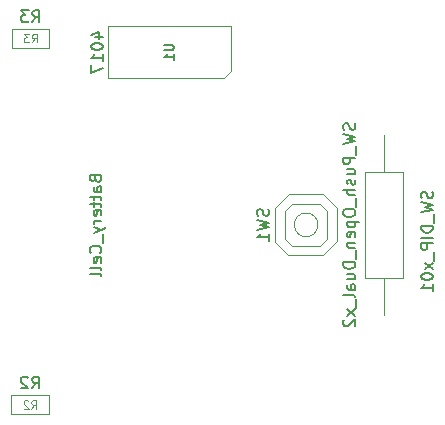
<source format=gbr>
G04 #@! TF.FileFunction,Other,Fab,Bot*
%FSLAX46Y46*%
G04 Gerber Fmt 4.6, Leading zero omitted, Abs format (unit mm)*
G04 Created by KiCad (PCBNEW 4.0.6) date 04/30/18 18:34:22*
%MOMM*%
%LPD*%
G01*
G04 APERTURE LIST*
%ADD10C,0.100000*%
%ADD11C,0.150000*%
%ADD12C,0.105000*%
G04 APERTURE END LIST*
D10*
X20904000Y-4500000D02*
X17704000Y-4500000D01*
X17704000Y-4500000D02*
X17704000Y4500000D01*
X17704000Y4500000D02*
X20904000Y4500000D01*
X20904000Y4500000D02*
X20904000Y-4500000D01*
X19304000Y-7620000D02*
X19304000Y-4500000D01*
X19304000Y7620000D02*
X19304000Y4500000D01*
X5748000Y12430000D02*
X6348000Y13030000D01*
X6348000Y13030000D02*
X6348000Y16830000D01*
X6348000Y16830000D02*
X-4052000Y16830000D01*
X-4052000Y16830000D02*
X-4052000Y12430000D01*
X-4052000Y12430000D02*
X5748000Y12430000D01*
X10100000Y-1450000D02*
X11200000Y-2550000D01*
X11200000Y-2550000D02*
X14150000Y-2550000D01*
X14150000Y-2550000D02*
X15300000Y-1400000D01*
X15300000Y-1400000D02*
X15300000Y1450000D01*
X15300000Y1450000D02*
X14150000Y2600000D01*
X14150000Y2600000D02*
X11250000Y2600000D01*
X11250000Y2600000D02*
X10100000Y1450000D01*
X10100000Y1450000D02*
X10100000Y-1450000D01*
X10900000Y1200000D02*
X10900000Y-1200000D01*
X11500000Y1800000D02*
X10900000Y1200000D01*
X13900000Y1800000D02*
X11500000Y1800000D01*
X14500000Y1200000D02*
X13900000Y1800000D01*
X14500000Y-1200000D02*
X14500000Y1200000D01*
X13900000Y-1800000D02*
X14500000Y-1200000D01*
X11500000Y-1800000D02*
X13900000Y-1800000D01*
X10900000Y-1200000D02*
X11500000Y-1800000D01*
X13700000Y0D02*
G75*
G03X13700000Y0I-1000000J0D01*
G01*
X-9068000Y-16040000D02*
X-9068000Y-14440000D01*
X-12268000Y-16040000D02*
X-9068000Y-16040000D01*
X-12268000Y-14440000D02*
X-12268000Y-16040000D01*
X-9068000Y-14440000D02*
X-12268000Y-14440000D01*
X-9036000Y14960000D02*
X-9036000Y16560000D01*
X-12236000Y14960000D02*
X-9036000Y14960000D01*
X-12236000Y16560000D02*
X-12236000Y14960000D01*
X-9036000Y16560000D02*
X-12236000Y16560000D01*
D11*
X-5151429Y3904763D02*
X-5103810Y3761906D01*
X-5056190Y3714287D01*
X-4960952Y3666668D01*
X-4818095Y3666668D01*
X-4722857Y3714287D01*
X-4675238Y3761906D01*
X-4627619Y3857144D01*
X-4627619Y4238097D01*
X-5627619Y4238097D01*
X-5627619Y3904763D01*
X-5580000Y3809525D01*
X-5532381Y3761906D01*
X-5437143Y3714287D01*
X-5341905Y3714287D01*
X-5246667Y3761906D01*
X-5199048Y3809525D01*
X-5151429Y3904763D01*
X-5151429Y4238097D01*
X-4627619Y2809525D02*
X-5151429Y2809525D01*
X-5246667Y2857144D01*
X-5294286Y2952382D01*
X-5294286Y3142859D01*
X-5246667Y3238097D01*
X-4675238Y2809525D02*
X-4627619Y2904763D01*
X-4627619Y3142859D01*
X-4675238Y3238097D01*
X-4770476Y3285716D01*
X-4865714Y3285716D01*
X-4960952Y3238097D01*
X-5008571Y3142859D01*
X-5008571Y2904763D01*
X-5056190Y2809525D01*
X-5294286Y2476192D02*
X-5294286Y2095240D01*
X-5627619Y2333335D02*
X-4770476Y2333335D01*
X-4675238Y2285716D01*
X-4627619Y2190478D01*
X-4627619Y2095240D01*
X-5294286Y1904763D02*
X-5294286Y1523811D01*
X-5627619Y1761906D02*
X-4770476Y1761906D01*
X-4675238Y1714287D01*
X-4627619Y1619049D01*
X-4627619Y1523811D01*
X-4675238Y809524D02*
X-4627619Y904762D01*
X-4627619Y1095239D01*
X-4675238Y1190477D01*
X-4770476Y1238096D01*
X-5151429Y1238096D01*
X-5246667Y1190477D01*
X-5294286Y1095239D01*
X-5294286Y904762D01*
X-5246667Y809524D01*
X-5151429Y761905D01*
X-5056190Y761905D01*
X-4960952Y1238096D01*
X-4627619Y333334D02*
X-5294286Y333334D01*
X-5103810Y333334D02*
X-5199048Y285715D01*
X-5246667Y238096D01*
X-5294286Y142858D01*
X-5294286Y47619D01*
X-5294286Y-190476D02*
X-4627619Y-428571D01*
X-5294286Y-666667D02*
X-4627619Y-428571D01*
X-4389524Y-333333D01*
X-4341905Y-285714D01*
X-4294286Y-190476D01*
X-4532381Y-809524D02*
X-4532381Y-1571429D01*
X-4722857Y-2380953D02*
X-4675238Y-2333334D01*
X-4627619Y-2190477D01*
X-4627619Y-2095239D01*
X-4675238Y-1952381D01*
X-4770476Y-1857143D01*
X-4865714Y-1809524D01*
X-5056190Y-1761905D01*
X-5199048Y-1761905D01*
X-5389524Y-1809524D01*
X-5484762Y-1857143D01*
X-5580000Y-1952381D01*
X-5627619Y-2095239D01*
X-5627619Y-2190477D01*
X-5580000Y-2333334D01*
X-5532381Y-2380953D01*
X-4675238Y-3190477D02*
X-4627619Y-3095239D01*
X-4627619Y-2904762D01*
X-4675238Y-2809524D01*
X-4770476Y-2761905D01*
X-5151429Y-2761905D01*
X-5246667Y-2809524D01*
X-5294286Y-2904762D01*
X-5294286Y-3095239D01*
X-5246667Y-3190477D01*
X-5151429Y-3238096D01*
X-5056190Y-3238096D01*
X-4960952Y-2761905D01*
X-4627619Y-3809524D02*
X-4675238Y-3714286D01*
X-4770476Y-3666667D01*
X-5627619Y-3666667D01*
X-4627619Y-4333334D02*
X-4675238Y-4238096D01*
X-4770476Y-4190477D01*
X-5627619Y-4190477D01*
X23391762Y2817286D02*
X23439381Y2674429D01*
X23439381Y2436333D01*
X23391762Y2341095D01*
X23344143Y2293476D01*
X23248905Y2245857D01*
X23153667Y2245857D01*
X23058429Y2293476D01*
X23010810Y2341095D01*
X22963190Y2436333D01*
X22915571Y2626810D01*
X22867952Y2722048D01*
X22820333Y2769667D01*
X22725095Y2817286D01*
X22629857Y2817286D01*
X22534619Y2769667D01*
X22487000Y2722048D01*
X22439381Y2626810D01*
X22439381Y2388714D01*
X22487000Y2245857D01*
X22439381Y1912524D02*
X23439381Y1674429D01*
X22725095Y1483952D01*
X23439381Y1293476D01*
X22439381Y1055381D01*
X23534619Y912524D02*
X23534619Y150619D01*
X23439381Y-87476D02*
X22439381Y-87476D01*
X22439381Y-325571D01*
X22487000Y-468429D01*
X22582238Y-563667D01*
X22677476Y-611286D01*
X22867952Y-658905D01*
X23010810Y-658905D01*
X23201286Y-611286D01*
X23296524Y-563667D01*
X23391762Y-468429D01*
X23439381Y-325571D01*
X23439381Y-87476D01*
X23439381Y-1087476D02*
X22439381Y-1087476D01*
X23439381Y-1563666D02*
X22439381Y-1563666D01*
X22439381Y-1944619D01*
X22487000Y-2039857D01*
X22534619Y-2087476D01*
X22629857Y-2135095D01*
X22772714Y-2135095D01*
X22867952Y-2087476D01*
X22915571Y-2039857D01*
X22963190Y-1944619D01*
X22963190Y-1563666D01*
X23534619Y-2325571D02*
X23534619Y-3087476D01*
X23439381Y-3230333D02*
X22772714Y-3754143D01*
X22772714Y-3230333D02*
X23439381Y-3754143D01*
X22439381Y-4325571D02*
X22439381Y-4420810D01*
X22487000Y-4516048D01*
X22534619Y-4563667D01*
X22629857Y-4611286D01*
X22820333Y-4658905D01*
X23058429Y-4658905D01*
X23248905Y-4611286D01*
X23344143Y-4563667D01*
X23391762Y-4516048D01*
X23439381Y-4420810D01*
X23439381Y-4325571D01*
X23391762Y-4230333D01*
X23344143Y-4182714D01*
X23248905Y-4135095D01*
X23058429Y-4087476D01*
X22820333Y-4087476D01*
X22629857Y-4135095D01*
X22534619Y-4182714D01*
X22487000Y-4230333D01*
X22439381Y-4325571D01*
X23439381Y-5611286D02*
X23439381Y-5039857D01*
X23439381Y-5325571D02*
X22439381Y-5325571D01*
X22582238Y-5230333D01*
X22677476Y-5135095D01*
X22725095Y-5039857D01*
X-5166286Y15868095D02*
X-4499619Y15868095D01*
X-5547238Y16106191D02*
X-4832952Y16344286D01*
X-4832952Y15725238D01*
X-5499619Y15153810D02*
X-5499619Y15058571D01*
X-5452000Y14963333D01*
X-5404381Y14915714D01*
X-5309143Y14868095D01*
X-5118667Y14820476D01*
X-4880571Y14820476D01*
X-4690095Y14868095D01*
X-4594857Y14915714D01*
X-4547238Y14963333D01*
X-4499619Y15058571D01*
X-4499619Y15153810D01*
X-4547238Y15249048D01*
X-4594857Y15296667D01*
X-4690095Y15344286D01*
X-4880571Y15391905D01*
X-5118667Y15391905D01*
X-5309143Y15344286D01*
X-5404381Y15296667D01*
X-5452000Y15249048D01*
X-5499619Y15153810D01*
X-4499619Y13868095D02*
X-4499619Y14439524D01*
X-4499619Y14153810D02*
X-5499619Y14153810D01*
X-5356762Y14249048D01*
X-5261524Y14344286D01*
X-5213905Y14439524D01*
X-5499619Y13534762D02*
X-5499619Y12868095D01*
X-4499619Y13296667D01*
X709905Y15239524D02*
X1357524Y15239524D01*
X1433714Y15201429D01*
X1471810Y15163333D01*
X1509905Y15087143D01*
X1509905Y14934762D01*
X1471810Y14858571D01*
X1433714Y14820476D01*
X1357524Y14782381D01*
X709905Y14782381D01*
X1509905Y13982381D02*
X1509905Y14439524D01*
X1509905Y14210953D02*
X709905Y14210953D01*
X824190Y14287143D01*
X900381Y14363334D01*
X938476Y14439524D01*
X16804762Y8595239D02*
X16852381Y8452382D01*
X16852381Y8214286D01*
X16804762Y8119048D01*
X16757143Y8071429D01*
X16661905Y8023810D01*
X16566667Y8023810D01*
X16471429Y8071429D01*
X16423810Y8119048D01*
X16376190Y8214286D01*
X16328571Y8404763D01*
X16280952Y8500001D01*
X16233333Y8547620D01*
X16138095Y8595239D01*
X16042857Y8595239D01*
X15947619Y8547620D01*
X15900000Y8500001D01*
X15852381Y8404763D01*
X15852381Y8166667D01*
X15900000Y8023810D01*
X15852381Y7690477D02*
X16852381Y7452382D01*
X16138095Y7261905D01*
X16852381Y7071429D01*
X15852381Y6833334D01*
X16947619Y6690477D02*
X16947619Y5928572D01*
X16852381Y5690477D02*
X15852381Y5690477D01*
X15852381Y5309524D01*
X15900000Y5214286D01*
X15947619Y5166667D01*
X16042857Y5119048D01*
X16185714Y5119048D01*
X16280952Y5166667D01*
X16328571Y5214286D01*
X16376190Y5309524D01*
X16376190Y5690477D01*
X16185714Y4261905D02*
X16852381Y4261905D01*
X16185714Y4690477D02*
X16709524Y4690477D01*
X16804762Y4642858D01*
X16852381Y4547620D01*
X16852381Y4404762D01*
X16804762Y4309524D01*
X16757143Y4261905D01*
X16804762Y3833334D02*
X16852381Y3738096D01*
X16852381Y3547620D01*
X16804762Y3452381D01*
X16709524Y3404762D01*
X16661905Y3404762D01*
X16566667Y3452381D01*
X16519048Y3547620D01*
X16519048Y3690477D01*
X16471429Y3785715D01*
X16376190Y3833334D01*
X16328571Y3833334D01*
X16233333Y3785715D01*
X16185714Y3690477D01*
X16185714Y3547620D01*
X16233333Y3452381D01*
X16852381Y2976191D02*
X15852381Y2976191D01*
X16852381Y2547619D02*
X16328571Y2547619D01*
X16233333Y2595238D01*
X16185714Y2690476D01*
X16185714Y2833334D01*
X16233333Y2928572D01*
X16280952Y2976191D01*
X16947619Y2309524D02*
X16947619Y1547619D01*
X15852381Y1119048D02*
X15852381Y928571D01*
X15900000Y833333D01*
X15995238Y738095D01*
X16185714Y690476D01*
X16519048Y690476D01*
X16709524Y738095D01*
X16804762Y833333D01*
X16852381Y928571D01*
X16852381Y1119048D01*
X16804762Y1214286D01*
X16709524Y1309524D01*
X16519048Y1357143D01*
X16185714Y1357143D01*
X15995238Y1309524D01*
X15900000Y1214286D01*
X15852381Y1119048D01*
X16185714Y261905D02*
X17185714Y261905D01*
X16233333Y261905D02*
X16185714Y166667D01*
X16185714Y-23810D01*
X16233333Y-119048D01*
X16280952Y-166667D01*
X16376190Y-214286D01*
X16661905Y-214286D01*
X16757143Y-166667D01*
X16804762Y-119048D01*
X16852381Y-23810D01*
X16852381Y166667D01*
X16804762Y261905D01*
X16804762Y-1023810D02*
X16852381Y-928572D01*
X16852381Y-738095D01*
X16804762Y-642857D01*
X16709524Y-595238D01*
X16328571Y-595238D01*
X16233333Y-642857D01*
X16185714Y-738095D01*
X16185714Y-928572D01*
X16233333Y-1023810D01*
X16328571Y-1071429D01*
X16423810Y-1071429D01*
X16519048Y-595238D01*
X16185714Y-1500000D02*
X16852381Y-1500000D01*
X16280952Y-1500000D02*
X16233333Y-1547619D01*
X16185714Y-1642857D01*
X16185714Y-1785715D01*
X16233333Y-1880953D01*
X16328571Y-1928572D01*
X16852381Y-1928572D01*
X16947619Y-2166667D02*
X16947619Y-2928572D01*
X16852381Y-3166667D02*
X15852381Y-3166667D01*
X15852381Y-3404762D01*
X15900000Y-3547620D01*
X15995238Y-3642858D01*
X16090476Y-3690477D01*
X16280952Y-3738096D01*
X16423810Y-3738096D01*
X16614286Y-3690477D01*
X16709524Y-3642858D01*
X16804762Y-3547620D01*
X16852381Y-3404762D01*
X16852381Y-3166667D01*
X16185714Y-4595239D02*
X16852381Y-4595239D01*
X16185714Y-4166667D02*
X16709524Y-4166667D01*
X16804762Y-4214286D01*
X16852381Y-4309524D01*
X16852381Y-4452382D01*
X16804762Y-4547620D01*
X16757143Y-4595239D01*
X16852381Y-5500001D02*
X16328571Y-5500001D01*
X16233333Y-5452382D01*
X16185714Y-5357144D01*
X16185714Y-5166667D01*
X16233333Y-5071429D01*
X16804762Y-5500001D02*
X16852381Y-5404763D01*
X16852381Y-5166667D01*
X16804762Y-5071429D01*
X16709524Y-5023810D01*
X16614286Y-5023810D01*
X16519048Y-5071429D01*
X16471429Y-5166667D01*
X16471429Y-5404763D01*
X16423810Y-5500001D01*
X16852381Y-6119048D02*
X16804762Y-6023810D01*
X16709524Y-5976191D01*
X15852381Y-5976191D01*
X16947619Y-6261906D02*
X16947619Y-7023811D01*
X16852381Y-7166668D02*
X16185714Y-7690478D01*
X16185714Y-7166668D02*
X16852381Y-7690478D01*
X15947619Y-8023811D02*
X15900000Y-8071430D01*
X15852381Y-8166668D01*
X15852381Y-8404764D01*
X15900000Y-8500002D01*
X15947619Y-8547621D01*
X16042857Y-8595240D01*
X16138095Y-8595240D01*
X16280952Y-8547621D01*
X16852381Y-7976192D01*
X16852381Y-8595240D01*
X9504762Y1333333D02*
X9552381Y1190476D01*
X9552381Y952380D01*
X9504762Y857142D01*
X9457143Y809523D01*
X9361905Y761904D01*
X9266667Y761904D01*
X9171429Y809523D01*
X9123810Y857142D01*
X9076190Y952380D01*
X9028571Y1142857D01*
X8980952Y1238095D01*
X8933333Y1285714D01*
X8838095Y1333333D01*
X8742857Y1333333D01*
X8647619Y1285714D01*
X8600000Y1238095D01*
X8552381Y1142857D01*
X8552381Y904761D01*
X8600000Y761904D01*
X8552381Y428571D02*
X9552381Y190476D01*
X8838095Y-1D01*
X9552381Y-190477D01*
X8552381Y-428572D01*
X9552381Y-1333334D02*
X9552381Y-761905D01*
X9552381Y-1047619D02*
X8552381Y-1047619D01*
X8695238Y-952381D01*
X8790476Y-857143D01*
X8838095Y-761905D01*
X-10501334Y-13842381D02*
X-10168000Y-13366190D01*
X-9929905Y-13842381D02*
X-9929905Y-12842381D01*
X-10310858Y-12842381D01*
X-10406096Y-12890000D01*
X-10453715Y-12937619D01*
X-10501334Y-13032857D01*
X-10501334Y-13175714D01*
X-10453715Y-13270952D01*
X-10406096Y-13318571D01*
X-10310858Y-13366190D01*
X-9929905Y-13366190D01*
X-10882286Y-12937619D02*
X-10929905Y-12890000D01*
X-11025143Y-12842381D01*
X-11263239Y-12842381D01*
X-11358477Y-12890000D01*
X-11406096Y-12937619D01*
X-11453715Y-13032857D01*
X-11453715Y-13128095D01*
X-11406096Y-13270952D01*
X-10834667Y-13842381D01*
X-11453715Y-13842381D01*
D12*
X-10551334Y-15556667D02*
X-10318000Y-15223333D01*
X-10151334Y-15556667D02*
X-10151334Y-14856667D01*
X-10418000Y-14856667D01*
X-10484667Y-14890000D01*
X-10518000Y-14923333D01*
X-10551334Y-14990000D01*
X-10551334Y-15090000D01*
X-10518000Y-15156667D01*
X-10484667Y-15190000D01*
X-10418000Y-15223333D01*
X-10151334Y-15223333D01*
X-10818000Y-14923333D02*
X-10851334Y-14890000D01*
X-10918000Y-14856667D01*
X-11084667Y-14856667D01*
X-11151334Y-14890000D01*
X-11184667Y-14923333D01*
X-11218000Y-14990000D01*
X-11218000Y-15056667D01*
X-11184667Y-15156667D01*
X-10784667Y-15556667D01*
X-11218000Y-15556667D01*
D11*
X-10469334Y17157619D02*
X-10136000Y17633810D01*
X-9897905Y17157619D02*
X-9897905Y18157619D01*
X-10278858Y18157619D01*
X-10374096Y18110000D01*
X-10421715Y18062381D01*
X-10469334Y17967143D01*
X-10469334Y17824286D01*
X-10421715Y17729048D01*
X-10374096Y17681429D01*
X-10278858Y17633810D01*
X-9897905Y17633810D01*
X-10802667Y18157619D02*
X-11421715Y18157619D01*
X-11088381Y17776667D01*
X-11231239Y17776667D01*
X-11326477Y17729048D01*
X-11374096Y17681429D01*
X-11421715Y17586190D01*
X-11421715Y17348095D01*
X-11374096Y17252857D01*
X-11326477Y17205238D01*
X-11231239Y17157619D01*
X-10945524Y17157619D01*
X-10850286Y17205238D01*
X-10802667Y17252857D01*
D12*
X-10519334Y15443333D02*
X-10286000Y15776667D01*
X-10119334Y15443333D02*
X-10119334Y16143333D01*
X-10386000Y16143333D01*
X-10452667Y16110000D01*
X-10486000Y16076667D01*
X-10519334Y16010000D01*
X-10519334Y15910000D01*
X-10486000Y15843333D01*
X-10452667Y15810000D01*
X-10386000Y15776667D01*
X-10119334Y15776667D01*
X-10752667Y16143333D02*
X-11186000Y16143333D01*
X-10952667Y15876667D01*
X-11052667Y15876667D01*
X-11119334Y15843333D01*
X-11152667Y15810000D01*
X-11186000Y15743333D01*
X-11186000Y15576667D01*
X-11152667Y15510000D01*
X-11119334Y15476667D01*
X-11052667Y15443333D01*
X-10852667Y15443333D01*
X-10786000Y15476667D01*
X-10752667Y15510000D01*
M02*

</source>
